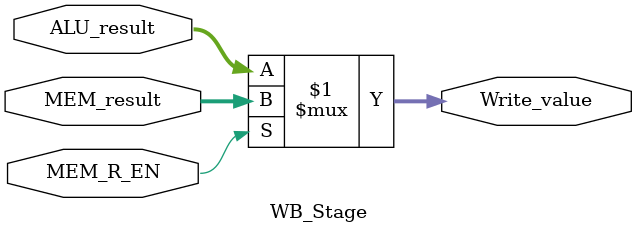
<source format=v>
module WB_Stage(
    input [31:0] ALU_result, MEM_result,
    input MEM_R_EN,
    output [31:0] Write_value
);
    assign Write_value = MEM_R_EN ? MEM_result : ALU_result;
endmodule
</source>
